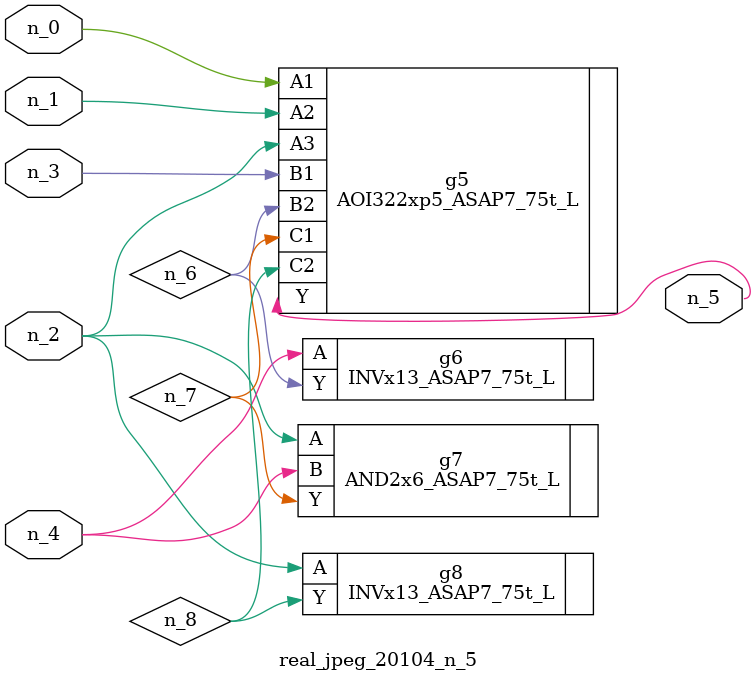
<source format=v>
module real_jpeg_20104_n_5 (n_4, n_0, n_1, n_2, n_3, n_5);

input n_4;
input n_0;
input n_1;
input n_2;
input n_3;

output n_5;

wire n_8;
wire n_6;
wire n_7;

AOI322xp5_ASAP7_75t_L g5 ( 
.A1(n_0),
.A2(n_1),
.A3(n_2),
.B1(n_3),
.B2(n_6),
.C1(n_7),
.C2(n_8),
.Y(n_5)
);

AND2x6_ASAP7_75t_L g7 ( 
.A(n_2),
.B(n_4),
.Y(n_7)
);

INVx13_ASAP7_75t_L g8 ( 
.A(n_2),
.Y(n_8)
);

INVx13_ASAP7_75t_L g6 ( 
.A(n_4),
.Y(n_6)
);


endmodule
</source>
